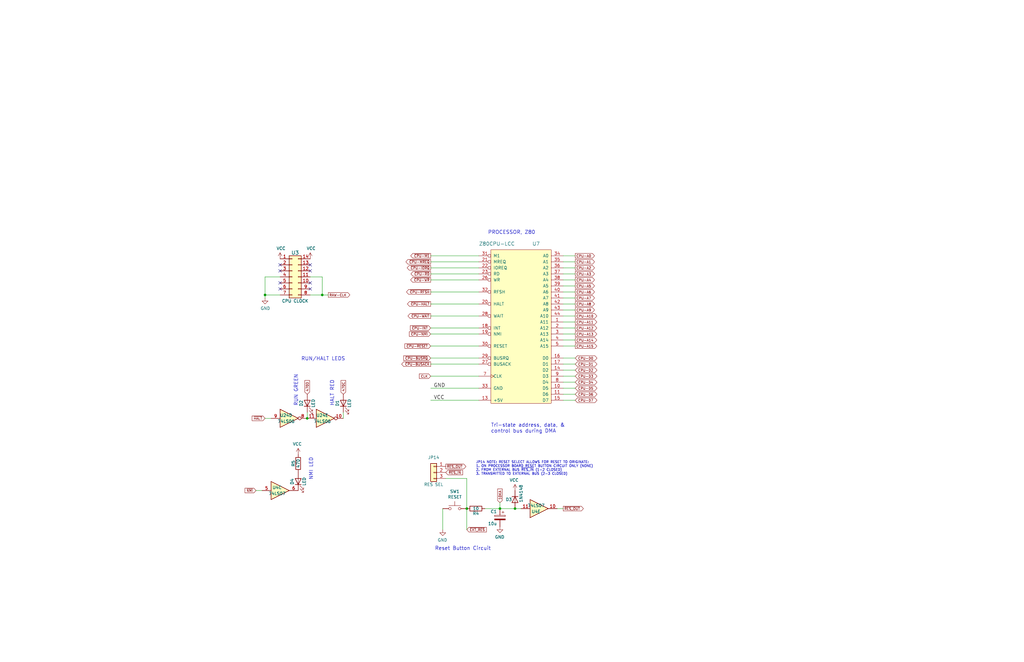
<source format=kicad_sch>
(kicad_sch (version 20211123) (generator eeschema)
  (paper "B")
  (lib_symbols
    (symbol "74xx:74LS06" (pin_names (offset 1.016))
      (property "Reference" "U" (at 0 1.27 0))
      (property "Value" "74LS06" (at 0 -1.27 0))
      (symbol "74LS06_1_0"
        (polyline (pts (xy -3.81 3.81) (xy -3.81 -3.81) (xy 3.81 0) (xy -3.81 3.81)) (stroke (width 0.254)) (fill (type background)))
        (pin input line (at -7.62 0 0) (length 3.81) (name "~") (number "1"))
        (pin open_collector inverted (at 7.62 0 180) (length 3.81) (name "~") (number "2"))
      )
      (symbol "74LS06_2_0"
        (polyline (pts (xy -3.81 3.81) (xy -3.81 -3.81) (xy 3.81 0) (xy -3.81 3.81)) (stroke (width 0.254)) (fill (type background)))
        (pin input line (at -7.62 0 0) (length 3.81) (name "~") (number "3"))
        (pin open_collector inverted (at 7.62 0 180) (length 3.81) (name "~") (number "4"))
      )
      (symbol "74LS06_3_0"
        (polyline (pts (xy -3.81 3.81) (xy -3.81 -3.81) (xy 3.81 0) (xy -3.81 3.81)) (stroke (width 0.254)) (fill (type background)))
        (pin input line (at -7.62 0 0) (length 3.81) (name "~") (number "5"))
        (pin open_collector inverted (at 7.62 0 180) (length 3.81) (name "~") (number "6"))
      )
      (symbol "74LS06_4_0"
        (polyline (pts (xy -3.81 3.81) (xy -3.81 -3.81) (xy 3.81 0) (xy -3.81 3.81)) (stroke (width 0.254)) (fill (type background)))
        (pin open_collector inverted (at 7.62 0 180) (length 3.81) (name "~") (number "8"))
        (pin input line (at -7.62 0 0) (length 3.81) (name "~") (number "9"))
      )
      (symbol "74LS06_5_0"
        (polyline (pts (xy -3.81 3.81) (xy -3.81 -3.81) (xy 3.81 0) (xy -3.81 3.81)) (stroke (width 0.254)) (fill (type background)))
        (pin open_collector inverted (at 7.62 0 180) (length 3.81) (name "~") (number "10"))
        (pin input line (at -7.62 0 0) (length 3.81) (name "~") (number "11"))
      )
      (symbol "74LS06_6_0"
        (polyline (pts (xy -3.81 3.81) (xy -3.81 -3.81) (xy 3.81 0) (xy -3.81 3.81)) (stroke (width 0.254)) (fill (type background)))
        (pin open_collector inverted (at 7.62 0 180) (length 3.81) (name "~") (number "12"))
        (pin input line (at -7.62 0 0) (length 3.81) (name "~") (number "13"))
      )
      (symbol "74LS06_7_0"
        (pin power_in line (at 0 12.7 270) (length 5.08) (name "VCC") (number "14"))
        (pin power_in line (at 0 -12.7 90) (length 5.08) (name "GND") (number "7"))
      )
      (symbol "74LS06_7_1"
        (rectangle (start -5.08 7.62) (end 5.08 -7.62) (stroke (width 0.254)) (fill (type background)))
      )
    )
    (symbol "74xx:74LS07" (pin_names (offset 1.016))
      (property "Reference" "U" (at 0 1.27 0))
      (property "Value" "74LS07" (at 0 -1.27 0))
      (symbol "74LS07_1_0"
        (polyline (pts (xy -3.81 3.81) (xy -3.81 -3.81) (xy 3.81 0) (xy -3.81 3.81)) (stroke (width 0.254)) (fill (type background)))
        (pin input line (at -7.62 0 0) (length 3.81) (name "~") (number "1"))
        (pin open_collector line (at 7.62 0 180) (length 3.81) (name "~") (number "2"))
      )
      (symbol "74LS07_2_0"
        (polyline (pts (xy -3.81 3.81) (xy -3.81 -3.81) (xy 3.81 0) (xy -3.81 3.81)) (stroke (width 0.254)) (fill (type background)))
        (pin input line (at -7.62 0 0) (length 3.81) (name "~") (number "3"))
        (pin open_collector line (at 7.62 0 180) (length 3.81) (name "~") (number "4"))
      )
      (symbol "74LS07_3_0"
        (polyline (pts (xy -3.81 3.81) (xy -3.81 -3.81) (xy 3.81 0) (xy -3.81 3.81)) (stroke (width 0.254)) (fill (type background)))
        (pin input line (at -7.62 0 0) (length 3.81) (name "~") (number "5"))
        (pin open_collector line (at 7.62 0 180) (length 3.81) (name "~") (number "6"))
      )
      (symbol "74LS07_4_0"
        (polyline (pts (xy -3.81 3.81) (xy -3.81 -3.81) (xy 3.81 0) (xy -3.81 3.81)) (stroke (width 0.254)) (fill (type background)))
        (pin open_collector line (at 7.62 0 180) (length 3.81) (name "~") (number "8"))
        (pin input line (at -7.62 0 0) (length 3.81) (name "~") (number "9"))
      )
      (symbol "74LS07_5_0"
        (polyline (pts (xy -3.81 3.81) (xy -3.81 -3.81) (xy 3.81 0) (xy -3.81 3.81)) (stroke (width 0.254)) (fill (type background)))
        (pin open_collector line (at 7.62 0 180) (length 3.81) (name "~") (number "10"))
        (pin input line (at -7.62 0 0) (length 3.81) (name "~") (number "11"))
      )
      (symbol "74LS07_6_0"
        (polyline (pts (xy -3.81 3.81) (xy -3.81 -3.81) (xy 3.81 0) (xy -3.81 3.81)) (stroke (width 0.254)) (fill (type background)))
        (pin open_collector line (at 7.62 0 180) (length 3.81) (name "~") (number "12"))
        (pin input line (at -7.62 0 0) (length 3.81) (name "~") (number "13"))
      )
      (symbol "74LS07_7_0"
        (pin power_in line (at 0 12.7 270) (length 5.08) (name "VCC") (number "14"))
        (pin power_in line (at 0 -12.7 90) (length 5.08) (name "GND") (number "7"))
      )
      (symbol "74LS07_7_1"
        (rectangle (start -5.08 7.62) (end 5.08 -7.62) (stroke (width 0.254)) (fill (type background)))
      )
    )
    (symbol "Connector_Generic:Conn_01x03" (pin_names (offset 1.016) hide)
      (property "Reference" "J" (at 0 5.08 0))
      (property "Value" "Conn_01x03" (at 0 -5.08 0))
      (symbol "Conn_01x03_1_1"
        (rectangle (start -1.27 -2.413) (end 0 -2.667) (stroke (width 0.1524)))
        (rectangle (start -1.27 0.127) (end 0 -0.127) (stroke (width 0.1524)))
        (rectangle (start -1.27 2.667) (end 0 2.413) (stroke (width 0.1524)))
        (rectangle (start -1.27 3.81) (end 1.27 -3.81) (stroke (width 0.254)) (fill (type background)))
        (pin passive line (at -5.08 2.54 0) (length 3.81) (name "Pin_1") (number "1"))
        (pin passive line (at -5.08 0 0) (length 3.81) (name "Pin_2") (number "2"))
        (pin passive line (at -5.08 -2.54 0) (length 3.81) (name "Pin_3") (number "3"))
      )
    )
    (symbol "Connector_Generic:Conn_02x07_Counter_Clockwise" (pin_names (offset 1.016) hide)
      (property "Reference" "J" (at 1.27 10.16 0))
      (property "Value" "Conn_02x07_Counter_Clockwise" (at 1.27 -10.16 0))
      (symbol "Conn_02x07_Counter_Clockwise_1_1"
        (rectangle (start -1.27 -7.493) (end 0 -7.747) (stroke (width 0.1524)))
        (rectangle (start -1.27 -4.953) (end 0 -5.207) (stroke (width 0.1524)))
        (rectangle (start -1.27 -2.413) (end 0 -2.667) (stroke (width 0.1524)))
        (rectangle (start -1.27 0.127) (end 0 -0.127) (stroke (width 0.1524)))
        (rectangle (start -1.27 2.667) (end 0 2.413) (stroke (width 0.1524)))
        (rectangle (start -1.27 5.207) (end 0 4.953) (stroke (width 0.1524)))
        (rectangle (start -1.27 7.747) (end 0 7.493) (stroke (width 0.1524)))
        (rectangle (start -1.27 8.89) (end 3.81 -8.89) (stroke (width 0.254)) (fill (type background)))
        (rectangle (start 3.81 -7.493) (end 2.54 -7.747) (stroke (width 0.1524)))
        (rectangle (start 3.81 -4.953) (end 2.54 -5.207) (stroke (width 0.1524)))
        (rectangle (start 3.81 -2.413) (end 2.54 -2.667) (stroke (width 0.1524)))
        (rectangle (start 3.81 0.127) (end 2.54 -0.127) (stroke (width 0.1524)))
        (rectangle (start 3.81 2.667) (end 2.54 2.413) (stroke (width 0.1524)))
        (rectangle (start 3.81 5.207) (end 2.54 4.953) (stroke (width 0.1524)))
        (rectangle (start 3.81 7.747) (end 2.54 7.493) (stroke (width 0.1524)))
        (pin passive line (at -5.08 7.62 0) (length 3.81) (name "Pin_1") (number "1"))
        (pin passive line (at 7.62 -2.54 180) (length 3.81) (name "Pin_10") (number "10"))
        (pin passive line (at 7.62 0 180) (length 3.81) (name "Pin_11") (number "11"))
        (pin passive line (at 7.62 2.54 180) (length 3.81) (name "Pin_12") (number "12"))
        (pin passive line (at 7.62 5.08 180) (length 3.81) (name "Pin_13") (number "13"))
        (pin passive line (at 7.62 7.62 180) (length 3.81) (name "Pin_14") (number "14"))
        (pin passive line (at -5.08 5.08 0) (length 3.81) (name "Pin_2") (number "2"))
        (pin passive line (at -5.08 2.54 0) (length 3.81) (name "Pin_3") (number "3"))
        (pin passive line (at -5.08 0 0) (length 3.81) (name "Pin_4") (number "4"))
        (pin passive line (at -5.08 -2.54 0) (length 3.81) (name "Pin_5") (number "5"))
        (pin passive line (at -5.08 -5.08 0) (length 3.81) (name "Pin_6") (number "6"))
        (pin passive line (at -5.08 -7.62 0) (length 3.81) (name "Pin_7") (number "7"))
        (pin passive line (at 7.62 -7.62 180) (length 3.81) (name "Pin_8") (number "8"))
        (pin passive line (at 7.62 -5.08 180) (length 3.81) (name "Pin_9") (number "9"))
      )
    )
    (symbol "Device:C_Polarized" (pin_numbers hide) (pin_names (offset 0.254))
      (property "Reference" "C" (at 0.635 2.54 0))
      (property "Value" "C_Polarized" (at 0.635 -2.54 0))
      (symbol "C_Polarized_0_1"
        (rectangle (start -2.286 0.508) (end 2.286 1.016))
        (polyline (pts (xy -1.778 2.286) (xy -0.762 2.286)))
        (polyline (pts (xy -1.27 2.794) (xy -1.27 1.778)))
        (rectangle (start 2.286 -0.508) (end -2.286 -1.016) (fill (type outline)))
      )
      (symbol "C_Polarized_1_1"
        (pin passive line (at 0 3.81 270) (length 2.794) (name "~") (number "1"))
        (pin passive line (at 0 -3.81 90) (length 2.794) (name "~") (number "2"))
      )
    )
    (symbol "Device:LED" (pin_numbers hide) (pin_names (offset 1.016) hide)
      (property "Reference" "D" (at 0 2.54 0))
      (property "Value" "LED" (at 0 -2.54 0))
      (symbol "LED_0_1"
        (polyline (pts (xy -1.27 -1.27) (xy -1.27 1.27)) (stroke (width 0.254)))
        (polyline (pts (xy -1.27 0) (xy 1.27 0)))
        (polyline (pts (xy 1.27 -1.27) (xy 1.27 1.27) (xy -1.27 0) (xy 1.27 -1.27)) (stroke (width 0.254)))
        (polyline (pts (xy -3.048 -0.762) (xy -4.572 -2.286) (xy -3.81 -2.286) (xy -4.572 -2.286) (xy -4.572 -1.524)))
        (polyline (pts (xy -1.778 -0.762) (xy -3.302 -2.286) (xy -2.54 -2.286) (xy -3.302 -2.286) (xy -3.302 -1.524)))
      )
      (symbol "LED_1_1"
        (pin passive line (at -3.81 0 0) (length 2.54) (name "K") (number "1"))
        (pin passive line (at 3.81 0 180) (length 2.54) (name "A") (number "2"))
      )
    )
    (symbol "Device:R" (pin_numbers hide) (pin_names (offset 0))
      (property "Reference" "R" (at 2.032 0 90))
      (property "Value" "R" (at 0 0 90))
      (symbol "R_0_1"
        (rectangle (start -1.016 -2.54) (end 1.016 2.54) (stroke (width 0.254)))
      )
      (symbol "R_1_1"
        (pin passive line (at 0 3.81 270) (length 1.27) (name "~") (number "1"))
        (pin passive line (at 0 -3.81 90) (length 1.27) (name "~") (number "2"))
      )
    )
    (symbol "Diode:1N4148" (pin_numbers hide) (pin_names hide)
      (property "Reference" "D" (at 0 2.54 0))
      (property "Value" "1N4148" (at 0 -2.54 0))
      (symbol "1N4148_0_1"
        (polyline (pts (xy -1.27 1.27) (xy -1.27 -1.27)) (stroke (width 0.254)))
        (polyline (pts (xy 1.27 0) (xy -1.27 0)))
        (polyline (pts (xy 1.27 1.27) (xy 1.27 -1.27) (xy -1.27 0) (xy 1.27 1.27)) (stroke (width 0.254)))
      )
      (symbol "1N4148_1_1"
        (pin passive line (at -3.81 0 0) (length 2.54) (name "K") (number "1"))
        (pin passive line (at 3.81 0 180) (length 2.54) (name "A") (number "2"))
      )
    )
    (symbol "Switch:SW_Push" (pin_numbers hide) (pin_names (offset 1.016) hide)
      (property "Reference" "SW" (at 1.27 2.54 0))
      (property "Value" "SW_Push" (at 0 -1.524 0))
      (symbol "SW_Push_0_1"
        (circle (center -2.032 0) (radius 0.508))
        (polyline (pts (xy 0 1.27) (xy 0 3.048)))
        (polyline (pts (xy 2.54 1.27) (xy -2.54 1.27)))
        (circle (center 2.032 0) (radius 0.508))
        (pin passive line (at -5.08 0 0) (length 2.54) (name "1") (number "1"))
        (pin passive line (at 5.08 0 180) (length 2.54) (name "2") (number "2"))
      )
    )
    (symbol "Zilog_z80:Z80CPU-LCC" (pin_names (offset 1.016))
      (property "Reference" "IC" (at 0 1.27 0))
      (property "Value" "Z80CPU-LCC" (at 12.7 1.27 0))
      (symbol "Z80CPU-LCC_0_0"
        (pin no_connect line (at 11.43 -67.31 90) (length 2.54) hide (name "NC") (number "12"))
        (pin no_connect line (at 13.97 -67.31 90) (length 2.54) hide (name "NC") (number "24"))
        (pin no_connect line (at 16.51 -67.31 90) (length 2.54) hide (name "NC") (number "25"))
        (pin output line (at 30.48 -20.32 180) (length 5.08) (name "A7") (number "41"))
        (pin output line (at 30.48 -22.86 180) (length 5.08) (name "A8") (number "42"))
        (pin output line (at 30.48 -25.4 180) (length 5.08) (name "A9") (number "43"))
        (pin output line (at 30.48 -27.94 180) (length 5.08) (name "A10") (number "44"))
        (pin no_connect line (at 8.89 -67.31 90) (length 2.54) hide (name "NC") (number "6"))
      )
      (symbol "Z80CPU-LCC_1_0"
        (rectangle (start -1.27 -50.8) (end -1.27 -50.8))
        (rectangle (start 0 0) (end 25.4 -64.77) (fill (type background)))
        (pin output line (at 30.48 -30.48 180) (length 5.08) (name "A11") (number "1"))
        (pin bidirectional line (at 30.48 -58.42 180) (length 5.08) (name "D5") (number "10"))
        (pin bidirectional line (at 30.48 -60.96 180) (length 5.08) (name "D6") (number "11"))
        (pin power_in line (at -5.08 -63.5 0) (length 5.08) (name "+5V") (number "13"))
        (pin bidirectional line (at 30.48 -50.8 180) (length 5.08) (name "D2") (number "14"))
        (pin bidirectional line (at 30.48 -63.5 180) (length 5.08) (name "D7") (number "15"))
        (pin bidirectional line (at 30.48 -45.72 180) (length 5.08) (name "D0") (number "16"))
        (pin bidirectional line (at 30.48 -48.26 180) (length 5.08) (name "D1") (number "17"))
        (pin input inverted (at -5.08 -33.02 0) (length 5.08) (name "INT") (number "18"))
        (pin input inverted (at -5.08 -35.56 0) (length 5.08) (name "NMI") (number "19"))
        (pin output line (at 30.48 -33.02 180) (length 5.08) (name "A12") (number "2"))
        (pin output inverted (at -5.08 -22.86 0) (length 5.08) (name "HALT") (number "20"))
        (pin output inverted (at -5.08 -5.08 0) (length 5.08) (name "MREQ") (number "21"))
        (pin output inverted (at -5.08 -7.62 0) (length 5.08) (name "IOREQ") (number "22"))
        (pin output inverted (at -5.08 -10.16 0) (length 5.08) (name "RD") (number "23"))
        (pin output inverted (at -5.08 -12.7 0) (length 5.08) (name "WR") (number "26"))
        (pin output inverted (at -5.08 -48.26 0) (length 5.08) (name "BUSACK") (number "27"))
        (pin input inverted (at -5.08 -27.94 0) (length 5.08) (name "WAIT") (number "28"))
        (pin input inverted (at -5.08 -45.72 0) (length 5.08) (name "BUSRQ") (number "29"))
        (pin output line (at 30.48 -35.56 180) (length 5.08) (name "A13") (number "3"))
        (pin input inverted (at -5.08 -40.64 0) (length 5.08) (name "RESET") (number "30"))
        (pin output inverted (at -5.08 -2.54 0) (length 5.08) (name "M1") (number "31"))
        (pin output inverted (at -5.08 -17.78 0) (length 5.08) (name "RFSH") (number "32"))
        (pin power_in line (at -5.08 -58.42 0) (length 5.08) (name "GND") (number "33"))
        (pin output line (at 30.48 -2.54 180) (length 5.08) (name "A0") (number "34"))
        (pin output line (at 30.48 -5.08 180) (length 5.08) (name "A1") (number "35"))
        (pin output line (at 30.48 -7.62 180) (length 5.08) (name "A2") (number "36"))
        (pin output line (at 30.48 -10.16 180) (length 5.08) (name "A3") (number "37"))
        (pin output line (at 30.48 -12.7 180) (length 5.08) (name "A4") (number "38"))
        (pin output line (at 30.48 -15.24 180) (length 5.08) (name "A5") (number "39"))
        (pin output line (at 30.48 -38.1 180) (length 5.08) (name "A14") (number "4"))
        (pin output line (at 30.48 -17.78 180) (length 5.08) (name "A6") (number "40"))
        (pin output line (at 30.48 -40.64 180) (length 5.08) (name "A15") (number "5"))
        (pin input clock (at -5.08 -53.34 0) (length 5.08) (name "CLK") (number "7"))
        (pin bidirectional line (at 30.48 -55.88 180) (length 5.08) (name "D4") (number "8"))
        (pin bidirectional line (at 30.48 -53.34 180) (length 5.08) (name "D3") (number "9"))
      )
    )
    (symbol "power:GND" (power) (pin_names (offset 0))
      (property "Value" "GND" (at 0 -3.81 0))
      (symbol "GND_0_1"
        (polyline (pts (xy 0 0) (xy 0 -1.27) (xy 1.27 -1.27) (xy 0 -2.54) (xy -1.27 -1.27) (xy 0 -1.27)))
      )
      (symbol "GND_1_1"
        (pin power_in line (at 0 0 270) (length 0) hide (name "GND") (number "1"))
      )
    )
    (symbol "power:VCC" (power) (pin_names (offset 0))
      (property "Value" "VCC" (at 0 3.81 0))
      (symbol "VCC_0_1"
        (polyline (pts (xy -0.762 1.27) (xy 0 2.54)))
        (polyline (pts (xy 0 0) (xy 0 2.54)))
        (polyline (pts (xy 0 2.54) (xy 0.762 1.27)))
      )
      (symbol "VCC_1_1"
        (pin power_in line (at 0 0 90) (length 0) hide (name "VCC") (number "1"))
      )
    )
  )
  (junction (at 196.85 214.63))
  (junction (at 210.82 214.63))
  (junction (at 129.54 176.53))
  (junction (at 135.89 124.46))
  (junction (at 111.76 124.46))
  (junction (at 217.17 214.63))
  (no_connect (at 118.11 119.38))
  (no_connect (at 118.11 111.76))
  (no_connect (at 130.81 111.76))
  (no_connect (at 130.81 121.92))
  (no_connect (at 118.11 121.92))
  (no_connect (at 130.81 114.3))
  (no_connect (at 130.81 119.38))
  (no_connect (at 118.11 114.3))
  (wire (pts (xy 181.61 153.67) (xy 201.93 153.67)))
  (wire (pts (xy 181.61 140.97) (xy 201.93 140.97)))
  (wire (pts (xy 237.49 118.11) (xy 242.57 118.11)))
  (wire (pts (xy 111.76 176.53) (xy 114.3 176.53)))
  (wire (pts (xy 144.78 173.99) (xy 144.78 176.53)))
  (wire (pts (xy 237.49 130.81) (xy 242.57 130.81)))
  (wire (pts (xy 237.49 113.03) (xy 242.57 113.03)))
  (wire (pts (xy 237.49 153.67) (xy 242.57 153.67)))
  (wire (pts (xy 237.49 151.13) (xy 242.57 151.13)))
  (wire (pts (xy 111.76 125.73) (xy 111.76 124.46)))
  (wire (pts (xy 237.49 156.21) (xy 242.57 156.21)))
  (wire (pts (xy 237.49 110.49) (xy 242.57 110.49)))
  (wire (pts (xy 237.49 115.57) (xy 242.57 115.57)))
  (wire (pts (xy 110.49 207.01) (xy 107.95 207.01)))
  (wire (pts (xy 181.61 163.83) (xy 201.93 163.83)))
  (wire (pts (xy 237.49 161.29) (xy 242.57 161.29)))
  (wire (pts (xy 237.49 123.19) (xy 242.57 123.19)))
  (wire (pts (xy 237.49 128.27) (xy 242.57 128.27)))
  (wire (pts (xy 129.54 173.99) (xy 129.54 176.53)))
  (wire (pts (xy 196.85 214.63) (xy 196.85 223.52)))
  (wire (pts (xy 237.49 135.89) (xy 242.57 135.89)))
  (wire (pts (xy 201.93 128.27) (xy 181.61 128.27)))
  (wire (pts (xy 237.49 158.75) (xy 242.57 158.75)))
  (wire (pts (xy 118.11 116.84) (xy 111.76 116.84)))
  (wire (pts (xy 201.93 107.95) (xy 181.61 107.95)))
  (wire (pts (xy 210.82 214.63) (xy 204.47 214.63)))
  (wire (pts (xy 196.85 201.93) (xy 196.85 214.63)))
  (wire (pts (xy 135.89 124.46) (xy 138.43 124.46)))
  (wire (pts (xy 181.61 151.13) (xy 201.93 151.13)))
  (wire (pts (xy 237.49 125.73) (xy 242.57 125.73)))
  (wire (pts (xy 210.82 214.63) (xy 210.82 212.09)))
  (wire (pts (xy 111.76 124.46) (xy 118.11 124.46)))
  (wire (pts (xy 237.49 146.05) (xy 242.57 146.05)))
  (wire (pts (xy 181.61 133.35) (xy 201.93 133.35)))
  (wire (pts (xy 181.61 158.75) (xy 201.93 158.75)))
  (wire (pts (xy 181.61 146.05) (xy 201.93 146.05)))
  (wire (pts (xy 237.49 143.51) (xy 242.57 143.51)))
  (wire (pts (xy 217.17 214.63) (xy 210.82 214.63)))
  (wire (pts (xy 237.49 214.63) (xy 234.95 214.63)))
  (wire (pts (xy 181.61 118.11) (xy 201.93 118.11)))
  (wire (pts (xy 196.85 201.93) (xy 187.96 201.93)))
  (wire (pts (xy 181.61 168.91) (xy 201.93 168.91)))
  (wire (pts (xy 181.61 115.57) (xy 201.93 115.57)))
  (wire (pts (xy 135.89 116.84) (xy 135.89 124.46)))
  (wire (pts (xy 201.93 123.19) (xy 181.61 123.19)))
  (wire (pts (xy 186.69 214.63) (xy 186.69 223.52)))
  (wire (pts (xy 111.76 116.84) (xy 111.76 124.46)))
  (wire (pts (xy 181.61 138.43) (xy 201.93 138.43)))
  (wire (pts (xy 237.49 133.35) (xy 242.57 133.35)))
  (wire (pts (xy 135.89 124.46) (xy 130.81 124.46)))
  (wire (pts (xy 237.49 138.43) (xy 242.57 138.43)))
  (wire (pts (xy 237.49 166.37) (xy 242.57 166.37)))
  (wire (pts (xy 237.49 163.83) (xy 242.57 163.83)))
  (wire (pts (xy 181.61 110.49) (xy 201.93 110.49)))
  (wire (pts (xy 130.81 116.84) (xy 135.89 116.84)))
  (wire (pts (xy 237.49 107.95) (xy 242.57 107.95)))
  (wire (pts (xy 237.49 120.65) (xy 242.57 120.65)))
  (wire (pts (xy 237.49 168.91) (xy 242.57 168.91)))
  (wire (pts (xy 201.93 113.03) (xy 181.61 113.03)))
  (wire (pts (xy 237.49 140.97) (xy 242.57 140.97)))
  (wire (pts (xy 219.71 214.63) (xy 217.17 214.63)))
  (text "RUN GREEN" (at 125.73 171.45 90) (effects (font (size 1.524 1.524)) (justify left bottom)))
  (text "JP14 NOTE: RESET SELECT ALLOWS FOR RESET TO ORIGINATE:\n1. ON PROCESSOR BOARD RESET BUTTON CIRCUIT ONLY (NONE)\n2. FROM EXTERNAL BUS ~{RES_IN} (1-2 CLOSED)\n3. TRANSMITTED TO EXTERNAL BUS (2-3 CLOSED)" (at 200.66 200.66 0) (effects (font (size 1.016 1.016)) (justify left bottom)))
  (text "HALT RED" (at 140.97 171.45 90) (effects (font (size 1.524 1.524)) (justify left bottom)))
  (text "Reset Button Circuit" (at 207.01 232.41 180) (effects (font (size 1.524 1.524)) (justify right bottom)))
  (text "NMI LED" (at 132.08 193.04 270) (effects (font (size 1.524 1.524)) (justify right bottom)))
  (text "PROCESSOR, Z80" (at 205.74 99.06 0) (effects (font (size 1.524 1.524)) (justify left bottom)))
  (text "Tri-state address, data, & \ncontrol bus during DMA" (at 207.01 182.88 0) (effects (font (size 1.524 1.524)) (justify left bottom)))
  (text "RUN/HALT LEDS" (at 127 152.4 0) (effects (font (size 1.524 1.524)) (justify left bottom)))
  (label "GND" (at 182.88 163.83 0) (effects (font (size 1.524 1.524))))
  (label "VCC" (at 182.88 168.91 0) (effects (font (size 1.524 1.524))))
  (global_label "CPU-D5" (shape bidirectional) (at 242.57 163.83 0) (effects (font (size 1.016 1.016))) (property "Intersheet References" "${INTERSHEET_REFS}" (effects hide)))
  (global_label "10KA" (shape input) (at 210.82 212.09 90) (effects (font (size 1.016 1.016))) (property "Intersheet References" "${INTERSHEET_REFS}" (effects hide)))
  (global_label "~{CPU-BUSRQ}" (shape input) (at 181.61 151.13 180) (effects (font (size 1.016 1.016))) (property "Intersheet References" "${INTERSHEET_REFS}" (effects hide)))
  (global_label "CPU-A10" (shape output) (at 242.57 133.35 0) (effects (font (size 1.016 1.016))) (property "Intersheet References" "${INTERSHEET_REFS}" (effects hide)))
  (global_label "CPU-A15" (shape output) (at 242.57 146.05 0) (effects (font (size 1.016 1.016))) (property "Intersheet References" "${INTERSHEET_REFS}" (effects hide)))
  (global_label "~{CPU-BUSACK}" (shape output) (at 181.61 153.67 180) (effects (font (size 1.016 1.016))) (property "Intersheet References" "${INTERSHEET_REFS}" (effects hide)))
  (global_label "CPU-A2" (shape output) (at 242.57 113.03 0) (effects (font (size 1.016 1.016))) (property "Intersheet References" "${INTERSHEET_REFS}" (effects hide)))
  (global_label "CPU-A14" (shape output) (at 242.57 143.51 0) (effects (font (size 1.016 1.016))) (property "Intersheet References" "${INTERSHEET_REFS}" (effects hide)))
  (global_label "~{CPU-M1}" (shape output) (at 181.61 107.95 180) (effects (font (size 1.016 1.016))) (property "Intersheet References" "${INTERSHEET_REFS}" (effects hide)))
  (global_label "~{CPU-IORQ}" (shape output) (at 181.61 113.03 180) (effects (font (size 1.016 1.016))) (property "Intersheet References" "${INTERSHEET_REFS}" (effects hide)))
  (global_label "~{HALT}" (shape input) (at 111.76 176.53 180) (effects (font (size 1.016 1.016))) (property "Intersheet References" "${INTERSHEET_REFS}" (effects hide)))
  (global_label "CPU-A11" (shape output) (at 242.57 135.89 0) (effects (font (size 1.016 1.016))) (property "Intersheet References" "${INTERSHEET_REFS}" (effects hide)))
  (global_label "~{CPU-MREQ}" (shape output) (at 181.61 110.49 180) (effects (font (size 1.016 1.016))) (property "Intersheet References" "${INTERSHEET_REFS}" (effects hide)))
  (global_label "~{RES_OUT}" (shape output) (at 237.49 214.63 0) (effects (font (size 1.016 1.016))) (property "Intersheet References" "${INTERSHEET_REFS}" (effects hide)))
  (global_label "CPU-A9" (shape output) (at 242.57 130.81 0) (effects (font (size 1.016 1.016))) (property "Intersheet References" "${INTERSHEET_REFS}" (effects hide)))
  (global_label "CPU-A0" (shape output) (at 242.57 107.95 0) (effects (font (size 1.016 1.016))) (property "Intersheet References" "${INTERSHEET_REFS}" (effects hide)))
  (global_label "CPU-A7" (shape output) (at 242.57 125.73 0) (effects (font (size 1.016 1.016))) (property "Intersheet References" "${INTERSHEET_REFS}" (effects hide)))
  (global_label "~{CPU-RFSH}" (shape output) (at 181.61 123.19 180) (effects (font (size 1.016 1.016))) (property "Intersheet References" "${INTERSHEET_REFS}" (effects hide)))
  (global_label "~{CPU-WR}" (shape output) (at 181.61 118.11 180) (effects (font (size 1.016 1.016))) (property "Intersheet References" "${INTERSHEET_REFS}" (effects hide)))
  (global_label "CPU-A6" (shape output) (at 242.57 123.19 0) (effects (font (size 1.016 1.016))) (property "Intersheet References" "${INTERSHEET_REFS}" (effects hide)))
  (global_label "CPU-D2" (shape bidirectional) (at 242.57 156.21 0) (effects (font (size 1.016 1.016))) (property "Intersheet References" "${INTERSHEET_REFS}" (effects hide)))
  (global_label "~{CPU-INT}" (shape input) (at 181.61 138.43 180) (effects (font (size 1.016 1.016))) (property "Intersheet References" "${INTERSHEET_REFS}" (effects hide)))
  (global_label "~{CPU-RESET}" (shape input) (at 181.61 146.05 180) (effects (font (size 1.016 1.016))) (property "Intersheet References" "${INTERSHEET_REFS}" (effects hide)))
  (global_label "CPU-A8" (shape output) (at 242.57 128.27 0) (effects (font (size 1.016 1.016))) (property "Intersheet References" "${INTERSHEET_REFS}" (effects hide)))
  (global_label "~{RES_IN}" (shape input) (at 187.96 199.39 0) (effects (font (size 1.016 1.016))) (property "Intersheet References" "${INTERSHEET_REFS}" (effects hide)))
  (global_label "CPU-A4" (shape output) (at 242.57 118.11 0) (effects (font (size 1.016 1.016))) (property "Intersheet References" "${INTERSHEET_REFS}" (effects hide)))
  (global_label "~{NMI}" (shape input) (at 107.95 207.01 180) (effects (font (size 1.016 1.016))) (property "Intersheet References" "${INTERSHEET_REFS}" (effects hide)))
  (global_label "~{CPU-RD}" (shape output) (at 181.61 115.57 180) (effects (font (size 1.016 1.016))) (property "Intersheet References" "${INTERSHEET_REFS}" (effects hide)))
  (global_label "470D" (shape input) (at 129.54 166.37 90) (effects (font (size 1.016 1.016))) (property "Intersheet References" "${INTERSHEET_REFS}" (effects hide)))
  (global_label "CPU-A13" (shape output) (at 242.57 140.97 0) (effects (font (size 1.016 1.016))) (property "Intersheet References" "${INTERSHEET_REFS}" (effects hide)))
  (global_label "~{RES_OUT}" (shape output) (at 187.96 196.85 0) (effects (font (size 1.016 1.016))) (property "Intersheet References" "${INTERSHEET_REFS}" (effects hide)))
  (global_label "CPU-D4" (shape bidirectional) (at 242.57 161.29 0) (effects (font (size 1.016 1.016))) (property "Intersheet References" "${INTERSHEET_REFS}" (effects hide)))
  (global_label "CPU-A3" (shape output) (at 242.57 115.57 0) (effects (font (size 1.016 1.016))) (property "Intersheet References" "${INTERSHEET_REFS}" (effects hide)))
  (global_label "~{CPU-HALT}" (shape output) (at 181.61 128.27 180) (effects (font (size 1.016 1.016))) (property "Intersheet References" "${INTERSHEET_REFS}" (effects hide)))
  (global_label "CPU-D1" (shape bidirectional) (at 242.57 153.67 0) (effects (font (size 1.016 1.016))) (property "Intersheet References" "${INTERSHEET_REFS}" (effects hide)))
  (global_label "CPU-A5" (shape output) (at 242.57 120.65 0) (effects (font (size 1.016 1.016))) (property "Intersheet References" "${INTERSHEET_REFS}" (effects hide)))
  (global_label "~{EXT_RES}" (shape input) (at 196.85 223.52 0) (effects (font (size 1.016 1.016))) (property "Intersheet References" "${INTERSHEET_REFS}" (effects hide)))
  (global_label "CPU-D7" (shape bidirectional) (at 242.57 168.91 0) (effects (font (size 1.016 1.016))) (property "Intersheet References" "${INTERSHEET_REFS}" (effects hide)))
  (global_label "CPU-D0" (shape bidirectional) (at 242.57 151.13 0) (effects (font (size 1.016 1.016))) (property "Intersheet References" "${INTERSHEET_REFS}" (effects hide)))
  (global_label "~{CPU-WAIT}" (shape output) (at 181.61 133.35 180) (effects (font (size 1.016 1.016))) (property "Intersheet References" "${INTERSHEET_REFS}" (effects hide)))
  (global_label "RAW-CLK" (shape output) (at 138.43 124.46 0) (effects (font (size 1.016 1.016))) (property "Intersheet References" "${INTERSHEET_REFS}" (effects hide)))
  (global_label "CLK" (shape input) (at 181.61 158.75 180) (effects (font (size 1.016 1.016))) (property "Intersheet References" "${INTERSHEET_REFS}" (effects hide)))
  (global_label "CPU-A1" (shape output) (at 242.57 110.49 0) (effects (font (size 1.016 1.016))) (property "Intersheet References" "${INTERSHEET_REFS}" (effects hide)))
  (global_label "~{CPU-NMI}" (shape input) (at 181.61 140.97 180) (effects (font (size 1.016 1.016))) (property "Intersheet References" "${INTERSHEET_REFS}" (effects hide)))
  (global_label "CPU-D3" (shape bidirectional) (at 242.57 158.75 0) (effects (font (size 1.016 1.016))) (property "Intersheet References" "${INTERSHEET_REFS}" (effects hide)))
  (global_label "470C" (shape input) (at 144.78 166.37 90) (effects (font (size 1.016 1.016))) (property "Intersheet References" "${INTERSHEET_REFS}" (effects hide)))
  (global_label "CPU-A12" (shape output) (at 242.57 138.43 0) (effects (font (size 1.016 1.016))) (property "Intersheet References" "${INTERSHEET_REFS}" (effects hide)))
  (global_label "CPU-D6" (shape bidirectional) (at 242.57 166.37 0) (effects (font (size 1.016 1.016))) (property "Intersheet References" "${INTERSHEET_REFS}" (effects hide)))
  (symbol (lib_id "Connector_Generic:Conn_02x07_Counter_Clockwise") (at 123.19 116.84 0) (unit 1)
    (property "Reference" "U3" (at 124.46 106.68 0) (effects (font (size 1.524 1.524))))
    (property "Value" "CPU CLOCK" (at 124.46 127 0))
    (property "Footprint" "Package_DIP:DIP-14_W7.62mm" (effects hide))
  )
  (symbol (lib_id "power:GND") (at 111.76 125.73 0) (unit 1)
    (property "Reference" "#PWR0148" (effects hide))
    (property "Value" "GND" (at 111.887 130.1242 0))
  )
  (symbol (lib_id "power:VCC") (at 118.11 109.22 0) (unit 1)
    (property "Reference" "#PWR0149" (effects hide))
    (property "Value" "VCC" (at 118.491 104.8258 0))
  )
  (symbol (lib_id "power:VCC") (at 130.81 109.22 0) (unit 1)
    (property "Reference" "#PWR0150" (effects hide))
    (property "Value" "VCC" (at 131.191 104.8258 0))
  )
  (symbol (lib_id "Zilog_z80:Z80CPU-LCC") (at 207.01 105.41 0) (unit 1)
    (property "Reference" "U7" (at 226.06 102.87 0) (effects (font (size 1.4986 1.4986))))
    (property "Value" "Z80CPU-LCC" (at 209.55 102.87 0) (effects (font (size 1.4986 1.4986))))
    (property "Footprint" "Package_LCC:PLCC-44_THT-Socket" (effects hide))
    (property "Datasheet" "https://www.mouser.co.uk/datasheet/2/450/ps0178-19386.pdf" (effects hide))
    (property "Manufacturer_Name" "Zilog" (effects hide))
    (property "Manufacturer_Part_Number" "Z84C00" (effects hide))
  )
  (symbol (lib_id "74xx:74LS07") (at 118.11 207.01 0) (unit 3)
    (property "Reference" "U4" (at 116.84 205.74 0))
    (property "Value" "74LS07" (at 116.84 208.28 0))
    (property "Footprint" "Package_DIP:DIP-14_W7.62mm" (effects hide))
    (property "Datasheet" "www.ti.com/lit/ds/symlink/sn74ls07.pdf" (effects hide))
  )
  (symbol (lib_id "Device:R") (at 125.73 195.58 180) (unit 1)
    (property "Reference" "R5" (at 123.698 195.58 90))
    (property "Value" "470" (at 125.73 195.58 90))
    (property "Footprint" "Resistor_THT:R_Axial_DIN0207_L6.3mm_D2.5mm_P7.62mm_Horizontal" (effects hide))
  )
  (symbol (lib_id "Device:LED") (at 125.73 203.2 90) (unit 1)
    (property "Reference" "D4" (at 123.19 203.2 0))
    (property "Value" "LED" (at 128.27 203.2 0))
    (property "Footprint" "LED_THT:LED_D3.0mm_Horizontal_O3.81mm_Z2.0mm" (effects hide))
  )
  (symbol (lib_id "Device:LED") (at 129.54 170.18 90) (unit 1)
    (property "Reference" "D2" (at 127 170.18 0))
    (property "Value" "LED" (at 132.08 170.18 0))
    (property "Footprint" "LED_THT:LED_D3.0mm_Horizontal_O3.81mm_Z2.0mm" (effects hide))
  )
  (symbol (lib_id "Device:LED") (at 144.78 170.18 90) (unit 1)
    (property "Reference" "D1" (at 142.24 170.18 0))
    (property "Value" "LED" (at 147.32 170.18 0))
    (property "Footprint" "LED_THT:LED_D3.0mm_Horizontal_O3.81mm_Z2.0mm" (effects hide))
  )
  (symbol (lib_id "power:VCC") (at 125.73 191.77 0) (mirror y) (unit 1)
    (property "Reference" "#PWR0154" (effects hide))
    (property "Value" "VCC" (at 125.349 187.3758 0))
  )
  (symbol (lib_id "74xx:74LS06") (at 137.16 176.53 0) (unit 5)
    (property "Reference" "U24" (at 135.89 175.26 0))
    (property "Value" "74LS06" (at 135.89 177.8 0))
    (property "Datasheet" "http://www.ti.com/lit/gpn/sn74LS06" (effects hide))
  )
  (symbol (lib_id "74xx:74LS06") (at 121.92 176.53 0) (unit 4)
    (property "Reference" "U24" (at 120.65 175.26 0))
    (property "Value" "74LS06" (at 120.65 177.8 0))
    (property "Datasheet" "http://www.ti.com/lit/gpn/sn74LS06" (effects hide))
  )
  (symbol (lib_id "74xx:74LS07") (at 227.33 214.63 0) (mirror x) (unit 5)
    (property "Reference" "U4" (at 226.06 215.9 0))
    (property "Value" "74LS07" (at 226.06 213.36 0))
    (property "Footprint" "Package_DIP:DIP-14_W7.62mm" (effects hide))
    (property "Datasheet" "www.ti.com/lit/ds/symlink/sn74ls07.pdf" (effects hide))
  )
  (symbol (lib_id "Device:R") (at 200.66 214.63 90) (mirror x) (unit 1)
    (property "Reference" "R4" (at 200.66 216.662 90))
    (property "Value" "10" (at 200.66 214.63 90))
    (property "Footprint" "Resistor_THT:R_Axial_DIN0207_L6.3mm_D2.5mm_P7.62mm_Horizontal" (effects hide))
  )
  (symbol (lib_id "Device:C_Polarized") (at 210.82 218.44 0) (mirror y) (unit 1)
    (property "Reference" "C1" (at 209.55 215.9 0) (effects (justify left)))
    (property "Value" "10u" (at 209.55 220.98 0) (effects (justify left)))
    (property "Footprint" "Capacitor_THT:CP_Radial_D5.0mm_P2.50mm" (effects hide))
  )
  (symbol (lib_id "Diode:1N4148") (at 217.17 210.82 90) (mirror x) (unit 1)
    (property "Reference" "D3" (at 215.9 210.82 90) (effects (justify left)))
    (property "Value" "1N4148" (at 219.71 204.47 0) (effects (justify left)))
    (property "Footprint" "Diode_THT:D_DO-35_SOD27_P7.62mm_Horizontal" (effects hide))
    (property "Datasheet" "https://assets.nexperia.com/documents/data-sheet/1N4148_1N4448.pdf" (effects hide))
  )
  (symbol (lib_id "power:GND") (at 210.82 222.25 0) (mirror y) (unit 1)
    (property "Reference" "#PWR0156" (effects hide))
    (property "Value" "GND" (at 210.693 226.6442 0))
  )
  (symbol (lib_id "power:VCC") (at 217.17 207.01 0) (mirror y) (unit 1)
    (property "Reference" "#PWR0158" (effects hide))
    (property "Value" "VCC" (at 216.789 202.6158 0))
  )
  (symbol (lib_id "power:GND") (at 186.69 223.52 0) (mirror y) (unit 1)
    (property "Reference" "#PWR0159" (effects hide))
    (property "Value" "GND" (at 186.563 227.9142 0))
  )
  (symbol (lib_id "Switch:SW_Push") (at 191.77 214.63 0) (mirror y) (unit 1)
    (property "Reference" "SW1" (at 191.77 207.391 0))
    (property "Value" "RESET" (at 191.77 209.7024 0))
    (property "Footprint" "Button_Switch_THT:SW_Tactile_SPST_Angled_PTS645Vx58-2LFS" (effects hide))
  )
  (symbol (lib_id "Connector_Generic:Conn_01x03") (at 182.88 199.39 0) (mirror y) (unit 1)
    (property "Reference" "JP14" (at 182.88 193.04 0))
    (property "Value" "RES SEL" (at 182.88 204.47 0))
    (property "Footprint" "Connector_PinHeader_2.54mm:PinHeader_1x03_P2.54mm_Vertical" (effects hide))
  )
)
</source>
